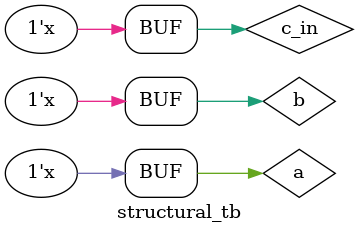
<source format=v>
`timescale 1ns / 1ps

module structural_modelling(s,c_out,a, b, c_in);
    output s, c_out;
    input a,b,c_in;
    wire w, c1 ,c2, c3;
    
    xor w1(w,a,b);
    xor sum(s,w,c_in);
    
    and a1(c1,a,b);
    and a2(c2,b,c_in); 
    and a3(c3,a,c_in);
    
    or carry (c_out,c1,c2,c3);
endmodule


//////////TESTBENCH FOR structural_modelling////////

`timescale 1ns / 1ps

module structural_tb();
wire s, c_out;
    reg a,b,c_in;
    structural_modelling FA1(s,c_out,a, b, c_in);
    initial
    begin
    a=0;
    b=0;
    c_in=0;
    end

    always #50 a=~a;
    always #100 b=~b;
    always #200 c_in=~c_in;
endmodule

</source>
